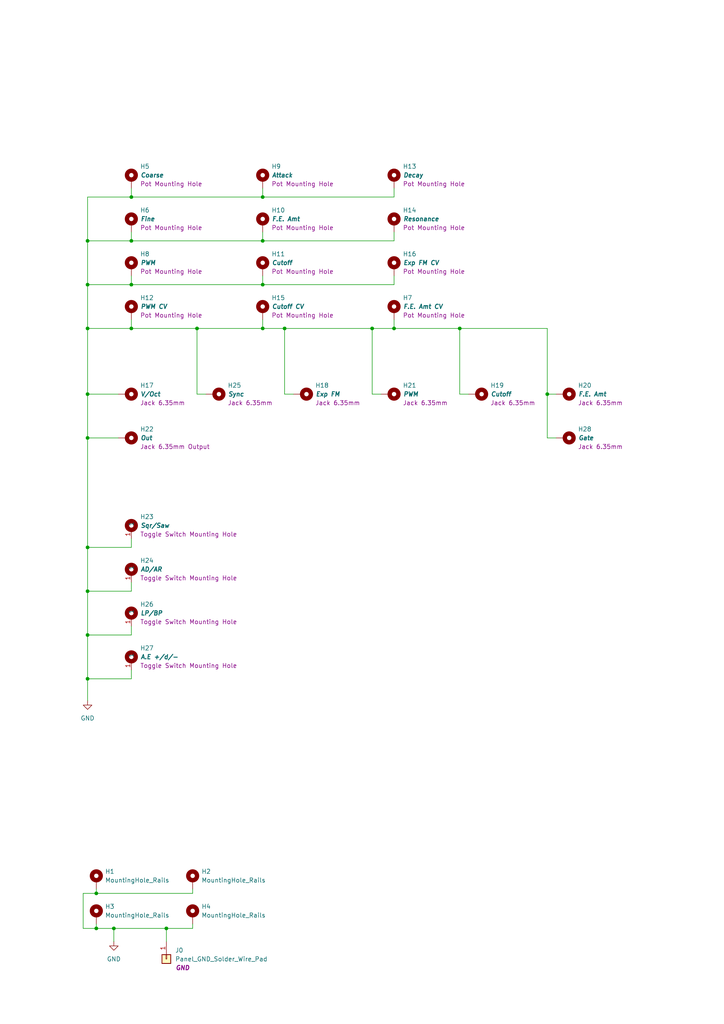
<source format=kicad_sch>
(kicad_sch (version 20250114) (generator "eeschema") (generator_version "9.0")
  (paper "A4" portrait)
  (title_block (title "Kosmo Format Front Panel - 10 cm") (company "DMH Instruments"))
  (lib_symbols
    (symbol "SynthStuff:MountingHole_Jack6.35mm_Output_v2" (pin_numbers (hide yes)) (pin_names (offset 1.016) (hide yes)) (exclude_from_sim yes) (in_bom no)
      (property "Reference" "H" (at 0 5.08 0))
      (property "Value" "SIGNAL NAME" (at 0 3.175 0))
      (property "Description" "Jack 6.35mm Output" (at 0.254 -3.302 0))
      (symbol "MountingHole_Jack6.35mm_Output_v2_0_1"
        (circle (center 0 0) (radius 1.27) (stroke (width 1.27)))
      )
      (symbol "MountingHole_Jack6.35mm_Output_v2_1_1"
        (pin input line (at -3.81 0 0) (length 2.54) (name "1") (number "1"))
      )
    )
    (symbol "SynthStuff:MountingHole_Jack6.35mm_v2" (pin_numbers (hide yes)) (pin_names (offset 1.016) (hide yes)) (exclude_from_sim yes) (in_bom no)
      (property "Reference" "H" (at 0 5.08 0))
      (property "Value" "SIGNAL NAME" (at 0 3.175 0))
      (property "Description" "Jack 6.35mm" (at 0 -3.048 0))
      (symbol "MountingHole_Jack6.35mm_v2_0_1"
        (circle (center 0 0) (radius 1.27) (stroke (width 1.27)))
      )
      (symbol "MountingHole_Jack6.35mm_v2_1_1"
        (pin input line (at -3.81 0 0) (length 2.54) (name "1") (number "1"))
      )
    )
    (symbol "SynthStuff:MountingHole_Pot" (pin_numbers (hide yes)) (pin_names (offset 1.016) (hide yes)) (exclude_from_sim yes)
      (property "Reference" "H" (at 0 6.35 0))
      (property "Value" "Function" (at 0 4.445 0))
      (property "Description" "Pot Mounting Hole" (at 0 0 0))
      (symbol "MountingHole_Pot_0_1"
        (circle (center 0 1.27) (radius 1.27) (stroke (width 1.27)))
      )
      (symbol "MountingHole_Pot_1_1"
        (pin input line (at 0 -2.54 90) (length 2.54) (name "1") (number "1"))
      )
    )
    (symbol "SynthStuff:MountingHole_Rails" (pin_numbers (hide yes)) (pin_names (offset 1.016) (hide yes)) (exclude_from_sim yes) (in_bom no)
      (property "Reference" "H" (at 0 6.35 0))
      (property "Value" "MountingHole_Rails" (at 0 4.445 0))
      (symbol "MountingHole_Rails_0_1"
        (circle (center 0 1.27) (radius 1.27) (stroke (width 1.27)))
      )
      (symbol "MountingHole_Rails_1_1"
        (pin input line (at 0 -2.54 90) (length 2.54) (name "1") (number "1"))
      )
    )
    (symbol "SynthStuff:MountingHole_ToggleSwitch" (pin_names (offset 1.016)) (exclude_from_sim yes) (in_bom no)
      (property "Reference" "H" (at 0 5.08 0))
      (property "Value" "Function" (at 0 3.175 0))
      (property "Description" "Toggle Switch Mounting Hole" (at 0 0 0))
      (symbol "MountingHole_ToggleSwitch_0_1"
        (circle (center 0 0) (radius 1.27) (stroke (width 1.27)))
      )
      (symbol "MountingHole_ToggleSwitch_1_1"
        (pin input line (at 0 -3.81 90) (length 2.54) (name "1") (number "1"))
      )
    )
    (symbol "SynthStuff:Panel_GND_Solder_Wire_Pad" (pin_names (offset 1.016) (hide yes)) (in_bom no)
      (property "Reference" "J" (at 0 2.54 0))
      (property "Value" "Panel_GND_Solder_Wire_Pad" (at 0 -5.08 0))
      (property "Function" "Panel GND" (at 0 -2.794 0))
      (symbol "Panel_GND_Solder_Wire_Pad_1_1"
        (rectangle (start -1.27 1.27) (end 1.27 -1.27) (stroke (width 0.254)) (fill (type background)))
        (rectangle (start -1.27 0.127) (end 0 -0.127) (stroke (width 0.1524)))
        (pin power_out line (at -5.08 0 0) (length 3.81) (name "Pin_1") (number "1"))
      )
    )
    (symbol "power:GND" (power) (pin_numbers (hide yes)) (pin_names (offset 0) (hide yes))
      (property "Value" "GND" (at 0 -3.81 0))
      (symbol "GND_0_1"
        (polyline (pts (xy 0 0) (xy 0 -1.27) (xy 1.27 -1.27) (xy 0 -2.54) (xy -1.27 -1.27) (xy 0 -1.27)))
      )
      (symbol "GND_1_1"
        (pin power_in line (at 0 0 270) (length 0) (name "~") (number "1"))
      )
    )
  )
  (junction (at 76.2 57.15))
  (junction (at 25.4 158.75))
  (junction (at 38.1 82.55))
  (junction (at 25.4 82.55))
  (junction (at 25.4 114.3))
  (junction (at 76.2 82.55))
  (junction (at 25.4 196.85))
  (junction (at 107.95 95.25))
  (junction (at 57.15 95.25))
  (junction (at 133.35 95.25))
  (junction (at 76.2 95.25))
  (junction (at 82.55 95.25))
  (junction (at 25.4 69.85))
  (junction (at 38.1 69.85))
  (junction (at 27.94 269.24))
  (junction (at 33.02 269.24))
  (junction (at 114.3 95.25))
  (junction (at 48.26 269.24))
  (junction (at 25.4 184.15))
  (junction (at 38.1 57.15))
  (junction (at 27.94 259.08))
  (junction (at 76.2 69.85))
  (junction (at 25.4 171.45))
  (junction (at 25.4 127))
  (junction (at 158.75 114.3))
  (junction (at 25.4 95.25))
  (junction (at 38.1 95.25))
  (wire (pts (xy 114.3 92.71) (xy 114.3 95.25)))
  (wire (pts (xy 114.3 82.55) (xy 76.2 82.55)))
  (wire (pts (xy 25.4 171.45) (xy 38.1 171.45)))
  (wire (pts (xy 25.4 184.15) (xy 25.4 196.85)))
  (wire (pts (xy 158.75 114.3) (xy 158.75 95.25)))
  (wire (pts (xy 114.3 95.25) (xy 133.35 95.25)))
  (wire (pts (xy 55.88 267.97) (xy 55.88 269.24)))
  (wire (pts (xy 25.4 69.85) (xy 25.4 82.55)))
  (wire (pts (xy 25.4 158.75) (xy 25.4 171.45)))
  (wire (pts (xy 38.1 181.61) (xy 38.1 184.15)))
  (wire (pts (xy 27.94 259.08) (xy 55.88 259.08)))
  (wire (pts (xy 27.94 269.24) (xy 27.94 267.97)))
  (wire (pts (xy 24.13 269.24) (xy 27.94 269.24)))
  (wire (pts (xy 38.1 67.31) (xy 38.1 69.85)))
  (wire (pts (xy 114.3 67.31) (xy 114.3 69.85)))
  (wire (pts (xy 25.4 196.85) (xy 25.4 203.2)))
  (wire (pts (xy 114.3 54.61) (xy 114.3 57.15)))
  (wire (pts (xy 48.26 269.24) (xy 48.26 273.05)))
  (wire (pts (xy 161.29 114.3) (xy 158.75 114.3)))
  (wire (pts (xy 59.69 114.3) (xy 57.15 114.3)))
  (wire (pts (xy 25.4 69.85) (xy 38.1 69.85)))
  (wire (pts (xy 25.4 57.15) (xy 25.4 69.85)))
  (wire (pts (xy 25.4 114.3) (xy 34.29 114.3)))
  (wire (pts (xy 76.2 80.01) (xy 76.2 82.55)))
  (wire (pts (xy 38.1 92.71) (xy 38.1 95.25)))
  (wire (pts (xy 114.3 57.15) (xy 76.2 57.15)))
  (wire (pts (xy 25.4 158.75) (xy 38.1 158.75)))
  (wire (pts (xy 76.2 67.31) (xy 76.2 69.85)))
  (wire (pts (xy 82.55 95.25) (xy 107.95 95.25)))
  (wire (pts (xy 82.55 95.25) (xy 82.55 114.3)))
  (wire (pts (xy 24.13 259.08) (xy 27.94 259.08)))
  (wire (pts (xy 38.1 69.85) (xy 76.2 69.85)))
  (wire (pts (xy 25.4 127) (xy 34.29 127)))
  (wire (pts (xy 33.02 269.24) (xy 33.02 273.05)))
  (wire (pts (xy 114.3 80.01) (xy 114.3 82.55)))
  (wire (pts (xy 24.13 259.08) (xy 24.13 269.24)))
  (wire (pts (xy 76.2 95.25) (xy 82.55 95.25)))
  (wire (pts (xy 55.88 257.81) (xy 55.88 259.08)))
  (wire (pts (xy 25.4 184.15) (xy 38.1 184.15)))
  (wire (pts (xy 25.4 95.25) (xy 38.1 95.25)))
  (wire (pts (xy 38.1 57.15) (xy 76.2 57.15)))
  (wire (pts (xy 57.15 95.25) (xy 76.2 95.25)))
  (wire (pts (xy 38.1 95.25) (xy 57.15 95.25)))
  (wire (pts (xy 158.75 114.3) (xy 158.75 127)))
  (wire (pts (xy 114.3 69.85) (xy 76.2 69.85)))
  (wire (pts (xy 161.29 127) (xy 158.75 127)))
  (wire (pts (xy 76.2 82.55) (xy 38.1 82.55)))
  (wire (pts (xy 38.1 57.15) (xy 25.4 57.15)))
  (wire (pts (xy 27.94 259.08) (xy 27.94 257.81)))
  (wire (pts (xy 25.4 114.3) (xy 25.4 127)))
  (wire (pts (xy 25.4 82.55) (xy 38.1 82.55)))
  (wire (pts (xy 38.1 194.31) (xy 38.1 196.85)))
  (wire (pts (xy 57.15 95.25) (xy 57.15 114.3)))
  (wire (pts (xy 76.2 54.61) (xy 76.2 57.15)))
  (wire (pts (xy 85.09 114.3) (xy 82.55 114.3)))
  (wire (pts (xy 38.1 168.91) (xy 38.1 171.45)))
  (wire (pts (xy 133.35 95.25) (xy 158.75 95.25)))
  (wire (pts (xy 48.26 269.24) (xy 55.88 269.24)))
  (wire (pts (xy 107.95 95.25) (xy 114.3 95.25)))
  (wire (pts (xy 133.35 95.25) (xy 133.35 114.3)))
  (wire (pts (xy 76.2 92.71) (xy 76.2 95.25)))
  (wire (pts (xy 135.89 114.3) (xy 133.35 114.3)))
  (wire (pts (xy 107.95 95.25) (xy 107.95 114.3)))
  (wire (pts (xy 25.4 82.55) (xy 25.4 95.25)))
  (wire (pts (xy 110.49 114.3) (xy 107.95 114.3)))
  (wire (pts (xy 38.1 156.21) (xy 38.1 158.75)))
  (wire (pts (xy 27.94 269.24) (xy 33.02 269.24)))
  (wire (pts (xy 25.4 171.45) (xy 25.4 184.15)))
  (wire (pts (xy 25.4 127) (xy 25.4 158.75)))
  (wire (pts (xy 25.4 196.85) (xy 38.1 196.85)))
  (wire (pts (xy 38.1 54.61) (xy 38.1 57.15)))
  (wire (pts (xy 25.4 95.25) (xy 25.4 114.3)))
  (wire (pts (xy 38.1 80.01) (xy 38.1 82.55)))
  (wire (pts (xy 33.02 269.24) (xy 48.26 269.24)))
  (symbol (lib_id "SynthStuff:MountingHole_ToggleSwitch") (at 38.1 165.1 0) (unit 1) (exclude_from_sim yes) (in_bom no)
    (property "Reference" "H24" (at 40.64 162.5599 0) (effects (justify left)))
    (property "Value" "AD/AR" (at 40.64 165.1 0) (effects (font (thickness 0.254) (bold yes) (italic yes)) (justify left)))
    (property "Footprint" "SynthStuff:Toggle_Switch_TE_Cutout" (effects (hide yes)))
    (property "Description" "Toggle Switch Mounting Hole" (at 40.64 167.6399 0) (effects (justify left)))
  )
  (symbol (lib_id "SynthStuff:MountingHole_Pot") (at 38.1 52.07 0) (unit 1) (exclude_from_sim yes)
    (property "Reference" "H5" (at 40.64 48.2599 0) (effects (justify left)))
    (property "Value" "Coarse" (at 40.64 50.7999 0) (effects (font (thickness 0.254) (bold yes) (italic yes)) (justify left)))
    (property "Footprint" "SynthStuff:Pot_Cutout_Small" (effects (hide yes)))
    (property "Description" "Pot Mounting Hole" (at 40.64 53.3399 0) (effects (justify left)))
  )
  (symbol (lib_id "SynthStuff:MountingHole_Rails") (at 55.88 255.27 0) (unit 1) (in_bom no)
    (property "Reference" "H2" (at 58.42 252.7299 0) (effects (justify left)))
    (property "Value" "MountingHole_Rails" (at 58.42 255.2699 0) (effects (justify left)))
    (property "Footprint" "SynthStuff:MountingHole_Rails" (effects (hide yes)))
    (property "Description" "Mounting Hole with connection" (effects (hide yes)))
  )
  (symbol (lib_id "SynthStuff:MountingHole_ToggleSwitch") (at 38.1 177.8 0) (unit 1) (exclude_from_sim yes) (in_bom no)
    (property "Reference" "H26" (at 40.64 175.2599 0) (effects (justify left)))
    (property "Value" "LP/BP" (at 40.64 177.8 0) (effects (font (thickness 0.254) (bold yes) (italic yes)) (justify left)))
    (property "Footprint" "SynthStuff:Toggle_Switch_TE_Cutout" (effects (hide yes)))
    (property "Description" "Toggle Switch Mounting Hole" (at 40.64 180.3399 0) (effects (justify left)))
  )
  (symbol (lib_id "SynthStuff:MountingHole_Pot") (at 76.2 90.17 0) (unit 1) (exclude_from_sim yes)
    (property "Reference" "H15" (at 78.74 86.3599 0) (effects (justify left)))
    (property "Value" "Cutoff CV" (at 78.74 88.9 0) (effects (font (thickness 0.254) (bold yes) (italic yes)) (justify left)))
    (property "Footprint" "SynthStuff:Pot_Cutout_Tiny_attv_P110KH1" (effects (hide yes)))
    (property "Description" "Pot Mounting Hole" (at 78.74 91.4399 0) (effects (justify left)))
  )
  (symbol (lib_id "SynthStuff:MountingHole_Jack6.35mm_v2") (at 165.1 127 0) (unit 1) (exclude_from_sim yes) (in_bom no)
    (property "Reference" "H28" (at 167.64 124.4599 0) (effects (justify left)))
    (property "Value" "Gate" (at 167.64 127 0) (effects (font (thickness 0.254) (bold yes) (italic yes)) (justify left)))
    (property "Footprint" "SynthStuff:Jack_6.35mm_Cutout_v3" (effects (hide yes)))
    (property "Description" "Jack 6.35mm" (at 167.64 129.5399 0) (effects (justify left)))
  )
  (symbol (lib_id "SynthStuff:MountingHole_Pot") (at 38.1 77.47 0) (unit 1) (exclude_from_sim yes)
    (property "Reference" "H8" (at 40.64 73.6599 0) (effects (justify left)))
    (property "Value" "PWM" (at 40.64 76.2 0) (effects (font (thickness 0.254) (bold yes) (italic yes)) (justify left)))
    (property "Footprint" "SynthStuff:Pot_Cutout_Small" (effects (hide yes)))
    (property "Description" "Pot Mounting Hole" (at 40.64 78.7399 0) (effects (justify left)))
  )
  (symbol (lib_id "SynthStuff:MountingHole_Jack6.35mm_Output_v2") (at 38.1 127 0) (unit 1) (exclude_from_sim yes) (in_bom no)
    (property "Reference" "H22" (at 40.64 124.4599 0) (effects (justify left)))
    (property "Value" "Out" (at 40.64 126.9999 0) (effects (font (thickness 0.254) (bold yes) (italic yes)) (justify left)))
    (property "Footprint" "SynthStuff:Jack_6.35mm_Cutout_Output_v6" (effects (hide yes)))
    (property "Description" "Jack 6.35mm Output" (at 40.64 129.5399 0) (effects (justify left)))
  )
  (symbol (lib_id "SynthStuff:MountingHole_ToggleSwitch") (at 38.1 152.4 0) (unit 1) (exclude_from_sim yes) (in_bom no)
    (property "Reference" "H23" (at 40.64 149.8599 0) (effects (justify left)))
    (property "Value" "Sqr/Saw" (at 40.64 152.4 0) (effects (font (thickness 0.254) (bold yes) (italic yes)) (justify left)))
    (property "Footprint" "SynthStuff:Toggle_Switch_TE_Cutout" (effects (hide yes)))
    (property "Description" "Toggle Switch Mounting Hole" (at 40.64 154.9399 0) (effects (justify left)))
  )
  (symbol (lib_id "SynthStuff:MountingHole_Pot") (at 114.3 52.07 0) (unit 1) (exclude_from_sim yes)
    (property "Reference" "H13" (at 116.84 48.2599 0) (effects (justify left)))
    (property "Value" "Decay" (at 116.84 50.8 0) (effects (font (thickness 0.254) (bold yes) (italic yes)) (justify left)))
    (property "Footprint" "SynthStuff:Pot_Cutout_Small" (effects (hide yes)))
    (property "Description" "Pot Mounting Hole" (at 116.84 53.3399 0) (effects (justify left)))
  )
  (symbol (lib_id "power:GND") (at 25.4 203.2 0) (unit 1)
    (property "Reference" "#PWR02" (effects (hide yes)))
    (property "Value" "GND" (at 25.4 208.28 0))
    (property "Description" "Power symbol creates a global label with name \"GND\" , ground" (effects (hide yes)))
  )
  (symbol (lib_id "power:GND") (at 33.02 273.05 0) (unit 1)
    (property "Reference" "#PWR01" (effects (hide yes)))
    (property "Value" "GND" (at 33.02 278.13 0))
    (property "Description" "Power symbol creates a global label with name \"GND\" , ground" (effects (hide yes)))
  )
  (symbol (lib_id "SynthStuff:MountingHole_Pot") (at 114.3 90.17 0) (unit 1) (exclude_from_sim yes)
    (property "Reference" "H7" (at 116.84 86.3599 0) (effects (justify left)))
    (property "Value" "F.E. Amt CV" (at 116.84 88.9 0) (effects (font (thickness 0.254) (bold yes) (italic yes)) (justify left)))
    (property "Footprint" "SynthStuff:Pot_Cutout_Tiny_attv_P110KH1" (effects (hide yes)))
    (property "Description" "Pot Mounting Hole" (at 116.84 91.4399 0) (effects (justify left)))
  )
  (symbol (lib_id "SynthStuff:MountingHole_Jack6.35mm_v2") (at 114.3 114.3 0) (unit 1) (exclude_from_sim yes) (in_bom no)
    (property "Reference" "H21" (at 116.84 111.7599 0) (effects (justify left)))
    (property "Value" "PWM" (at 116.84 114.3 0) (effects (font (thickness 0.254) (bold yes) (italic yes)) (justify left)))
    (property "Footprint" "SynthStuff:Jack_6.35mm_Cutout_v3" (effects (hide yes)))
    (property "Description" "Jack 6.35mm" (at 116.84 116.8399 0) (effects (justify left)))
  )
  (symbol (lib_id "SynthStuff:MountingHole_Pot") (at 114.3 64.77 0) (unit 1) (exclude_from_sim yes)
    (property "Reference" "H14" (at 116.84 60.9599 0) (effects (justify left)))
    (property "Value" "Resonance" (at 116.84 63.5 0) (effects (font (thickness 0.254) (bold yes) (italic yes)) (justify left)))
    (property "Footprint" "SynthStuff:Pot_Cutout_Small" (effects (hide yes)))
    (property "Description" "Pot Mounting Hole" (at 116.84 66.0399 0) (effects (justify left)))
  )
  (symbol (lib_id "SynthStuff:MountingHole_Pot") (at 76.2 52.07 0) (unit 1) (exclude_from_sim yes)
    (property "Reference" "H9" (at 78.74 48.2599 0) (effects (justify left)))
    (property "Value" "Attack" (at 78.74 50.8 0) (effects (font (thickness 0.254) (bold yes) (italic yes)) (justify left)))
    (property "Footprint" "SynthStuff:Pot_Cutout_Small" (effects (hide yes)))
    (property "Description" "Pot Mounting Hole" (at 78.74 53.3399 0) (effects (justify left)))
  )
  (symbol (lib_id "SynthStuff:MountingHole_Pot") (at 76.2 77.47 0) (unit 1) (exclude_from_sim yes)
    (property "Reference" "H11" (at 78.74 73.6599 0) (effects (justify left)))
    (property "Value" "Cutoff" (at 78.74 76.2 0) (effects (font (thickness 0.254) (bold yes) (italic yes)) (justify left)))
    (property "Footprint" "SynthStuff:Pot_Cutout_Small" (effects (hide yes)))
    (property "Description" "Pot Mounting Hole" (at 78.74 78.7399 0) (effects (justify left)))
  )
  (symbol (lib_id "SynthStuff:MountingHole_Rails") (at 27.94 265.43 0) (unit 1) (in_bom no)
    (property "Reference" "H3" (at 30.48 262.8899 0) (effects (justify left)))
    (property "Value" "MountingHole_Rails" (at 30.48 265.4299 0) (effects (justify left)))
    (property "Footprint" "SynthStuff:MountingHole_Rails" (effects (hide yes)))
    (property "Description" "Mounting Hole with connection" (effects (hide yes)))
  )
  (symbol (lib_id "SynthStuff:MountingHole_Jack6.35mm_v2") (at 88.9 114.3 0) (unit 1) (exclude_from_sim yes) (in_bom no)
    (property "Reference" "H18" (at 91.44 111.7599 0) (effects (justify left)))
    (property "Value" "Exp FM" (at 91.44 114.3 0) (effects (font (thickness 0.254) (bold yes) (italic yes)) (justify left)))
    (property "Footprint" "SynthStuff:Jack_6.35mm_Cutout_v3" (effects (hide yes)))
    (property "Description" "Jack 6.35mm" (at 91.44 116.8399 0) (effects (justify left)))
  )
  (symbol (lib_id "SynthStuff:MountingHole_Jack6.35mm_v2") (at 165.1 114.3 0) (unit 1) (exclude_from_sim yes) (in_bom no)
    (property "Reference" "H20" (at 167.64 111.7599 0) (effects (justify left)))
    (property "Value" "F.E. Amt" (at 167.64 114.3 0) (effects (font (thickness 0.254) (bold yes) (italic yes)) (justify left)))
    (property "Footprint" "SynthStuff:Jack_6.35mm_Cutout_v3" (effects (hide yes)))
    (property "Description" "Jack 6.35mm" (at 167.64 116.8399 0) (effects (justify left)))
  )
  (symbol (lib_id "SynthStuff:MountingHole_Jack6.35mm_v2") (at 63.5 114.3 0) (unit 1) (exclude_from_sim yes) (in_bom no)
    (property "Reference" "H25" (at 66.04 111.7599 0) (effects (justify left)))
    (property "Value" "Sync" (at 66.04 114.3 0) (effects (font (thickness 0.254) (bold yes) (italic yes)) (justify left)))
    (property "Footprint" "SynthStuff:Jack_6.35mm_Cutout_v3" (effects (hide yes)))
    (property "Description" "Jack 6.35mm" (at 66.04 116.8399 0) (effects (justify left)))
  )
  (symbol (lib_id "SynthStuff:MountingHole_ToggleSwitch") (at 38.1 190.5 0) (unit 1) (exclude_from_sim yes) (in_bom no)
    (property "Reference" "H27" (at 40.64 187.9599 0) (effects (justify left)))
    (property "Value" "A.E +/d/-" (at 40.64 190.5 0) (effects (font (thickness 0.254) (bold yes) (italic yes)) (justify left)))
    (property "Footprint" "SynthStuff:Toggle_Switch_TE_Cutout" (effects (hide yes)))
    (property "Description" "Toggle Switch Mounting Hole" (at 40.64 193.0399 0) (effects (justify left)))
  )
  (symbol (lib_id "SynthStuff:MountingHole_Pot") (at 38.1 90.17 0) (unit 1) (exclude_from_sim yes)
    (property "Reference" "H12" (at 40.64 86.3599 0) (effects (justify left)))
    (property "Value" "PWM CV" (at 40.64 88.9 0) (effects (font (thickness 0.254) (bold yes) (italic yes)) (justify left)))
    (property "Footprint" "SynthStuff:Pot_Cutout_Tiny_attv_P110KH1" (effects (hide yes)))
    (property "Description" "Pot Mounting Hole" (at 40.64 91.4399 0) (effects (justify left)))
  )
  (symbol (lib_id "SynthStuff:MountingHole_Pot") (at 76.2 64.77 0) (unit 1) (exclude_from_sim yes)
    (property "Reference" "H10" (at 78.74 60.9599 0) (effects (justify left)))
    (property "Value" "F.E. Amt" (at 78.74 63.5 0) (effects (font (thickness 0.254) (bold yes) (italic yes)) (justify left)))
    (property "Footprint" "SynthStuff:Pot_Cutout_Small_attv_P110KH1" (effects (hide yes)))
    (property "Description" "Pot Mounting Hole" (at 78.74 66.0399 0) (effects (justify left)))
  )
  (symbol (lib_id "SynthStuff:MountingHole_Pot") (at 114.3 77.47 0) (unit 1) (exclude_from_sim yes)
    (property "Reference" "H16" (at 116.84 73.6599 0) (effects (justify left)))
    (property "Value" "Exp FM CV" (at 116.84 76.2 0) (effects (font (thickness 0.254) (bold yes) (italic yes)) (justify left)))
    (property "Footprint" "SynthStuff:Pot_Cutout_Tiny_attv_P110KH1" (effects (hide yes)))
    (property "Description" "Pot Mounting Hole" (at 116.84 78.7399 0) (effects (justify left)))
  )
  (symbol (lib_id "SynthStuff:MountingHole_Pot") (at 38.1 64.77 0) (unit 1) (exclude_from_sim yes)
    (property "Reference" "H6" (at 40.64 60.9599 0) (effects (justify left)))
    (property "Value" "Fine" (at 40.64 63.5 0) (effects (font (thickness 0.254) (bold yes) (italic yes)) (justify left)))
    (property "Footprint" "SynthStuff:Pot_Cutout_Small" (effects (hide yes)))
    (property "Description" "Pot Mounting Hole" (at 40.64 66.0399 0) (effects (justify left)))
  )
  (symbol (lib_id "SynthStuff:MountingHole_Rails") (at 55.88 265.43 0) (unit 1) (in_bom no)
    (property "Reference" "H4" (at 58.42 262.8899 0) (effects (justify left)))
    (property "Value" "MountingHole_Rails" (at 58.42 265.4299 0) (effects (justify left)))
    (property "Footprint" "SynthStuff:MountingHole_Rails" (effects (hide yes)))
    (property "Description" "Mounting Hole with connection" (effects (hide yes)))
  )
  (symbol (lib_id "SynthStuff:Panel_GND_Solder_Wire_Pad") (at 48.26 278.13 270) (unit 1) (in_bom no)
    (property "Reference" "J0" (at 50.8 275.5899 90) (effects (justify left)))
    (property "Value" "Panel_GND_Solder_Wire_Pad" (at 50.8 278.1299 90) (effects (justify left)))
    (property "Footprint" "SynthStuff:Panel_GND_SolderWirePad_5x10mm" (effects (hide yes)))
    (property "Description" "Solder pad to allow connection between PCB and Front Panel" (effects (hide yes)))
    (property "Function" "GND" (at 50.8 280.67 90) (effects (font (thickness 0.254) (bold yes) (italic yes)) (justify left)))
  )
  (symbol (lib_id "SynthStuff:MountingHole_Jack6.35mm_v2") (at 38.1 114.3 0) (unit 1) (exclude_from_sim yes) (in_bom no)
    (property "Reference" "H17" (at 40.64 111.7599 0) (effects (justify left)))
    (property "Value" "V/Oct" (at 40.64 114.2999 0) (effects (font (thickness 0.254) (bold yes) (italic yes)) (justify left)))
    (property "Footprint" "SynthStuff:Jack_6.35mm_Cutout_v3" (effects (hide yes)))
    (property "Description" "Jack 6.35mm" (at 40.64 116.8399 0) (effects (justify left)))
  )
  (symbol (lib_id "SynthStuff:MountingHole_Jack6.35mm_v2") (at 139.7 114.3 0) (unit 1) (exclude_from_sim yes) (in_bom no)
    (property "Reference" "H19" (at 142.24 111.7599 0) (effects (justify left)))
    (property "Value" "Cutoff" (at 142.24 114.3 0) (effects (font (thickness 0.254) (bold yes) (italic yes)) (justify left)))
    (property "Footprint" "SynthStuff:Jack_6.35mm_Cutout_v3" (effects (hide yes)))
    (property "Description" "Jack 6.35mm" (at 142.24 116.8399 0) (effects (justify left)))
  )
  (symbol (lib_id "SynthStuff:MountingHole_Rails") (at 27.94 255.27 0) (unit 1) (in_bom no)
    (property "Reference" "H1" (at 30.48 252.7299 0) (effects (justify left)))
    (property "Value" "MountingHole_Rails" (at 30.48 255.2699 0) (effects (justify left)))
    (property "Footprint" "SynthStuff:MountingHole_Rails" (effects (hide yes)))
    (property "Description" "Mounting Hole with connection" (effects (hide yes)))
  )
)
</source>
